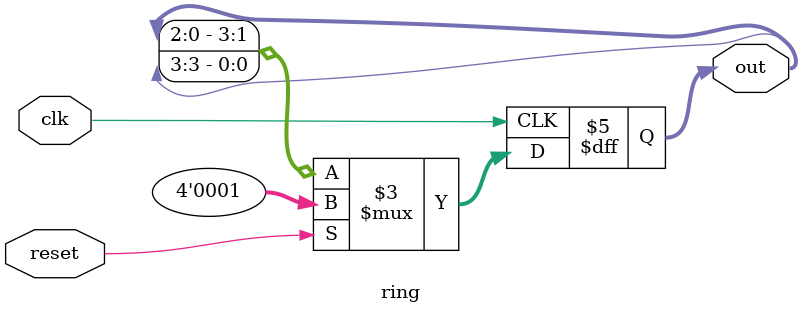
<source format=v>
module ring(input reset,input clk, output reg[3:0] out);
  
  always @(posedge clk )
    begin
      if(reset)
        out=4'b0001;
      else
        out={out[2:0], out[3]};
    end
endmodule

</source>
